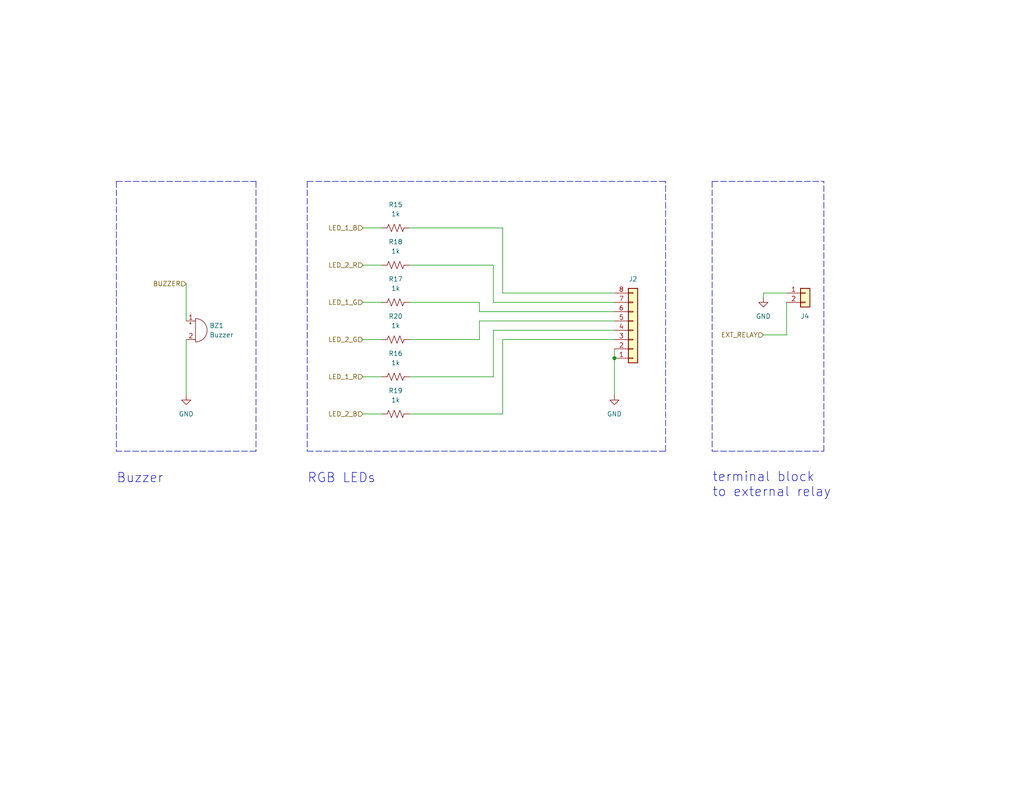
<source format=kicad_sch>
(kicad_sch (version 20211123) (generator eeschema)
  (paper "A")
  (lib_symbols
    (symbol "Connector_Generic:Conn_01x02" (pin_names (offset 1.016) hide)
      (property "Reference" "J" (at 0 2.54 0))
      (property "Value" "Conn_01x02" (at 0 -5.08 0))
      (symbol "Conn_01x02_1_1"
        (rectangle (start -1.27 -2.413) (end 0 -2.667) (stroke (width 0.1524)))
        (rectangle (start -1.27 0.127) (end 0 -0.127) (stroke (width 0.1524)))
        (rectangle (start -1.27 1.27) (end 1.27 -3.81) (stroke (width 0.254)) (fill (type background)))
        (pin passive line (at -5.08 0 0) (length 3.81) (name "Pin_1") (number "1"))
        (pin passive line (at -5.08 -2.54 0) (length 3.81) (name "Pin_2") (number "2"))
      )
    )
    (symbol "Connector_Generic:Conn_01x08" (pin_names (offset 1.016) hide)
      (property "Reference" "J" (at 0 10.16 0))
      (property "Value" "Conn_01x08" (at 0 -12.7 0))
      (symbol "Conn_01x08_1_1"
        (rectangle (start -1.27 -10.033) (end 0 -10.287) (stroke (width 0.1524)))
        (rectangle (start -1.27 -7.493) (end 0 -7.747) (stroke (width 0.1524)))
        (rectangle (start -1.27 -4.953) (end 0 -5.207) (stroke (width 0.1524)))
        (rectangle (start -1.27 -2.413) (end 0 -2.667) (stroke (width 0.1524)))
        (rectangle (start -1.27 0.127) (end 0 -0.127) (stroke (width 0.1524)))
        (rectangle (start -1.27 2.667) (end 0 2.413) (stroke (width 0.1524)))
        (rectangle (start -1.27 5.207) (end 0 4.953) (stroke (width 0.1524)))
        (rectangle (start -1.27 7.747) (end 0 7.493) (stroke (width 0.1524)))
        (rectangle (start -1.27 8.89) (end 1.27 -11.43) (stroke (width 0.254)) (fill (type background)))
        (pin passive line (at -5.08 7.62 0) (length 3.81) (name "Pin_1") (number "1"))
        (pin passive line (at -5.08 5.08 0) (length 3.81) (name "Pin_2") (number "2"))
        (pin passive line (at -5.08 2.54 0) (length 3.81) (name "Pin_3") (number "3"))
        (pin passive line (at -5.08 0 0) (length 3.81) (name "Pin_4") (number "4"))
        (pin passive line (at -5.08 -2.54 0) (length 3.81) (name "Pin_5") (number "5"))
        (pin passive line (at -5.08 -5.08 0) (length 3.81) (name "Pin_6") (number "6"))
        (pin passive line (at -5.08 -7.62 0) (length 3.81) (name "Pin_7") (number "7"))
        (pin passive line (at -5.08 -10.16 0) (length 3.81) (name "Pin_8") (number "8"))
      )
    )
    (symbol "Device:Buzzer" (pin_names (offset 0.0254) hide)
      (property "Reference" "BZ" (at 3.81 1.27 0))
      (property "Value" "Buzzer" (at 3.81 -1.27 0))
      (symbol "Buzzer_0_1"
        (arc (start 0 -3.175) (mid 3.175 0) (end 0 3.175))
        (polyline (pts (xy -1.651 1.905) (xy -1.143 1.905)))
        (polyline (pts (xy -1.397 2.159) (xy -1.397 1.651)))
        (polyline (pts (xy 0 3.175) (xy 0 -3.175)))
      )
      (symbol "Buzzer_1_1"
        (pin passive line (at -2.54 2.54 0) (length 2.54) (name "-") (number "1"))
        (pin passive line (at -2.54 -2.54 0) (length 2.54) (name "+") (number "2"))
      )
    )
    (symbol "Device:R_US" (pin_numbers hide) (pin_names (offset 0))
      (property "Reference" "R" (at 2.54 0 90))
      (property "Value" "R_US" (at -2.54 0 90))
      (symbol "R_US_0_1"
        (polyline (pts (xy 0 -2.286) (xy 0 -2.54)))
        (polyline (pts (xy 0 2.286) (xy 0 2.54)))
        (polyline (pts (xy 0 -0.762) (xy 1.016 -1.143) (xy 0 -1.524) (xy -1.016 -1.905) (xy 0 -2.286)))
        (polyline (pts (xy 0 0.762) (xy 1.016 0.381) (xy 0 0) (xy -1.016 -0.381) (xy 0 -0.762)))
        (polyline (pts (xy 0 2.286) (xy 1.016 1.905) (xy 0 1.524) (xy -1.016 1.143) (xy 0 0.762)))
      )
      (symbol "R_US_1_1"
        (pin passive line (at 0 3.81 270) (length 1.27) (name "~") (number "1"))
        (pin passive line (at 0 -3.81 90) (length 1.27) (name "~") (number "2"))
      )
    )
    (symbol "power:GND" (power) (pin_names (offset 0))
      (property "Value" "GND" (at 0 -3.81 0))
      (symbol "GND_0_1"
        (polyline (pts (xy 0 0) (xy 0 -1.27) (xy 1.27 -1.27) (xy 0 -2.54) (xy -1.27 -1.27) (xy 0 -1.27)))
      )
      (symbol "GND_1_1"
        (pin power_in line (at 0 0 270) (length 0) hide (name "GND") (number "1"))
      )
    )
  )
  (junction (at 167.64 97.79))
  (polyline (pts (xy 83.82 123.19) (xy 181.61 123.19)))
  (wire (pts (xy 130.81 92.71) (xy 130.81 87.63)))
  (wire (pts (xy 50.8 77.47) (xy 50.8 87.63)))
  (polyline (pts (xy 31.75 49.53) (xy 31.75 123.19)))
  (wire (pts (xy 134.62 72.39) (xy 134.62 82.55)))
  (polyline (pts (xy 69.85 123.19) (xy 31.75 123.19)))
  (wire (pts (xy 99.06 82.55) (xy 104.14 82.55)))
  (polyline (pts (xy 69.85 49.53) (xy 69.85 123.19)))
  (wire (pts (xy 208.28 80.01) (xy 214.63 80.01)))
  (wire (pts (xy 99.06 102.87) (xy 104.14 102.87)))
  (wire (pts (xy 167.64 97.79) (xy 167.64 107.95)))
  (wire (pts (xy 111.76 82.55) (xy 130.81 82.55)))
  (polyline (pts (xy 194.31 49.53) (xy 224.79 49.53)))
  (wire (pts (xy 111.76 113.03) (xy 137.16 113.03)))
  (wire (pts (xy 208.28 91.44) (xy 214.63 91.44)))
  (wire (pts (xy 111.76 102.87) (xy 134.62 102.87)))
  (polyline (pts (xy 194.31 123.19) (xy 224.79 123.19)))
  (polyline (pts (xy 224.79 123.19) (xy 224.79 49.53)))
  (wire (pts (xy 137.16 92.71) (xy 167.64 92.71)))
  (wire (pts (xy 214.63 82.55) (xy 214.63 91.44)))
  (wire (pts (xy 99.06 72.39) (xy 104.14 72.39)))
  (wire (pts (xy 111.76 72.39) (xy 134.62 72.39)))
  (wire (pts (xy 111.76 92.71) (xy 130.81 92.71)))
  (polyline (pts (xy 83.82 49.53) (xy 83.82 123.19)))
  (wire (pts (xy 137.16 80.01) (xy 167.64 80.01)))
  (wire (pts (xy 111.76 62.23) (xy 137.16 62.23)))
  (wire (pts (xy 134.62 102.87) (xy 134.62 90.17)))
  (wire (pts (xy 167.64 95.25) (xy 167.64 97.79)))
  (polyline (pts (xy 31.75 49.53) (xy 69.85 49.53)))
  (wire (pts (xy 130.81 82.55) (xy 130.81 85.09)))
  (wire (pts (xy 137.16 113.03) (xy 137.16 92.71)))
  (wire (pts (xy 99.06 92.71) (xy 104.14 92.71)))
  (wire (pts (xy 50.8 92.71) (xy 50.8 107.95)))
  (polyline (pts (xy 181.61 123.19) (xy 181.61 49.53)))
  (wire (pts (xy 130.81 87.63) (xy 167.64 87.63)))
  (polyline (pts (xy 83.82 49.53) (xy 181.61 49.53)))
  (polyline (pts (xy 194.31 49.53) (xy 194.31 123.19)))
  (wire (pts (xy 99.06 113.03) (xy 104.14 113.03)))
  (wire (pts (xy 134.62 90.17) (xy 167.64 90.17)))
  (wire (pts (xy 208.28 80.01) (xy 208.28 81.28)))
  (wire (pts (xy 137.16 62.23) (xy 137.16 80.01)))
  (wire (pts (xy 130.81 85.09) (xy 167.64 85.09)))
  (wire (pts (xy 134.62 82.55) (xy 167.64 82.55)))
  (wire (pts (xy 99.06 62.23) (xy 104.14 62.23)))
  (text "RGB LEDs\n" (at 83.82 132.08 0) (effects (font (size 2.54 2.54)) (justify left bottom)))
  (text "terminal block\nto external relay" (at 194.31 135.89 0) (effects (font (size 2.54 2.54)) (justify left bottom)))
  (text "Buzzer" (at 31.75 132.08 0) (effects (font (size 2.54 2.54)) (justify left bottom)))
  (hierarchical_label "EXT_RELAY" (shape input) (at 208.28 91.44 180))
  (hierarchical_label "LED_2_R" (shape input) (at 99.06 72.39 180))
  (hierarchical_label "LED_1_R" (shape input) (at 99.06 102.87 180))
  (hierarchical_label "LED_2_G" (shape input) (at 99.06 92.71 180))
  (hierarchical_label "BUZZER" (shape input) (at 50.8 77.47 180))
  (hierarchical_label "LED_2_B" (shape input) (at 99.06 113.03 180))
  (hierarchical_label "LED_1_B" (shape input) (at 99.06 62.23 180))
  (hierarchical_label "LED_1_G" (shape input) (at 99.06 82.55 180))
  (symbol (lib_id "power:GND") (at 208.28 81.28 0) (unit 1)
    (property "Reference" "#PWR011" (effects hide))
    (property "Value" "GND" (at 208.28 86.36 0))
  )
  (symbol (lib_id "Device:R_US") (at 107.95 102.87 90) (unit 1)
    (property "Reference" "R16" (at 107.95 96.52 90))
    (property "Value" "1k" (at 107.95 99.06 90))
    (property "Footprint" "Resistor_SMD:R_0603_1608Metric" (effects hide))
  )
  (symbol (lib_id "Device:R_US") (at 107.95 113.03 90) (unit 1)
    (property "Reference" "R19" (at 107.95 106.68 90))
    (property "Value" "1k" (at 107.95 109.22 90))
    (property "Footprint" "Resistor_SMD:R_0603_1608Metric" (effects hide))
  )
  (symbol (lib_id "Device:Buzzer") (at 53.34 90.17 0) (unit 1)
    (property "Reference" "BZ1" (at 57.15 88.8999 0) (effects (justify left)))
    (property "Value" "Buzzer" (at 57.15 91.4399 0) (effects (justify left)))
    (property "Footprint" "Capstone Footprint Library:buzzer" (effects hide))
  )
  (symbol (lib_id "Device:R_US") (at 107.95 72.39 90) (unit 1)
    (property "Reference" "R18" (at 107.95 66.04 90))
    (property "Value" "1k" (at 107.95 68.58 90))
    (property "Footprint" "Resistor_SMD:R_0603_1608Metric" (effects hide))
  )
  (symbol (lib_id "power:GND") (at 167.64 107.95 0) (unit 1)
    (property "Reference" "#PWR0102" (effects hide))
    (property "Value" "GND" (at 167.64 113.03 0))
  )
  (symbol (lib_id "Device:R_US") (at 107.95 62.23 90) (unit 1)
    (property "Reference" "R15" (at 107.95 55.88 90))
    (property "Value" "1k" (at 107.95 58.42 90))
    (property "Footprint" "Resistor_SMD:R_0603_1608Metric" (effects hide))
  )
  (symbol (lib_id "power:GND") (at 50.8 107.95 0) (unit 1)
    (property "Reference" "#PWR0101" (effects hide))
    (property "Value" "GND" (at 50.8 113.03 0))
  )
  (symbol (lib_id "Device:R_US") (at 107.95 82.55 90) (unit 1)
    (property "Reference" "R17" (at 107.95 76.2 90))
    (property "Value" "1k" (at 107.95 78.74 90))
    (property "Footprint" "Resistor_SMD:R_0603_1608Metric" (effects hide))
  )
  (symbol (lib_id "Connector_Generic:Conn_01x08") (at 172.72 90.17 0) (mirror x) (unit 1)
    (property "Reference" "J2" (at 172.72 76.2 0))
    (property "Value" "Conn_01x08" (effects hide))
    (property "Footprint" "Connector_PinHeader_2.54mm:PinHeader_2x04_P2.54mm_Horizontal" (effects hide))
  )
  (symbol (lib_id "Device:R_US") (at 107.95 92.71 90) (unit 1)
    (property "Reference" "R20" (at 107.95 86.36 90))
    (property "Value" "1k" (at 107.95 88.9 90))
    (property "Footprint" "Resistor_SMD:R_0603_1608Metric" (effects hide))
  )
  (symbol (lib_id "Connector_Generic:Conn_01x02") (at 219.71 80.01 0) (unit 1)
    (property "Reference" "J4" (at 218.44 86.36 0) (effects (justify left)))
    (property "Value" "Conn_01x02" (effects hide))
    (property "Footprint" "Capstone Footprint Library:Anytek NQ" (effects hide))
  )
)
</source>
